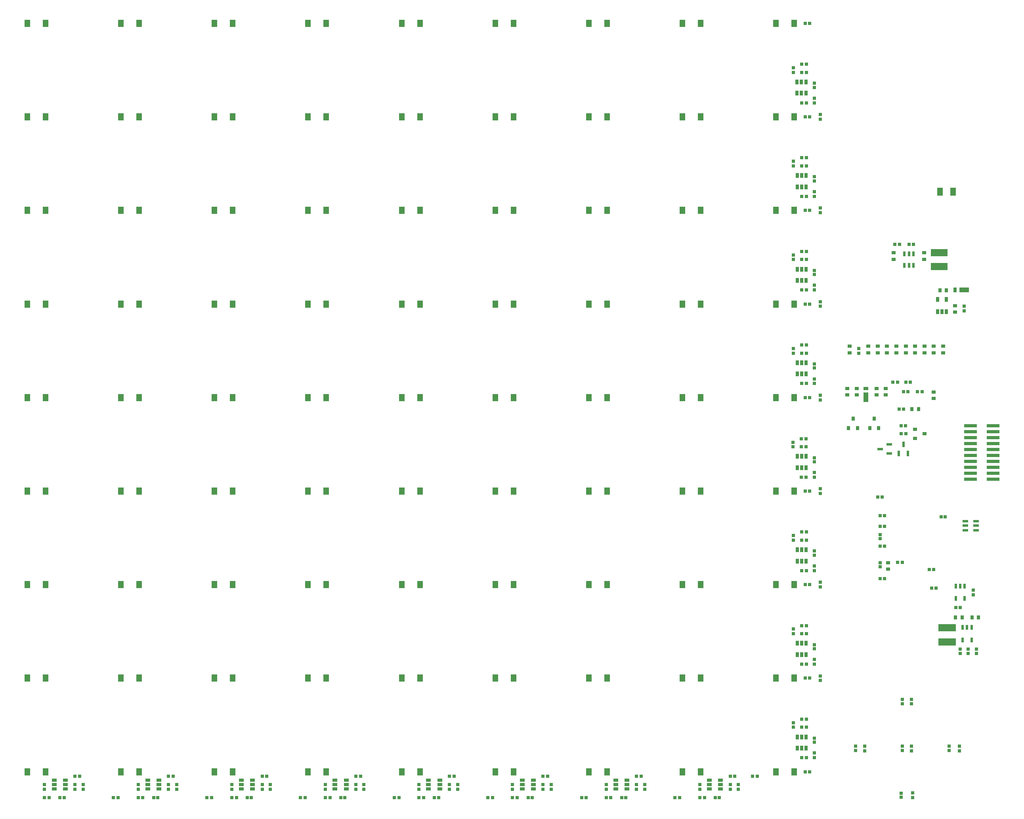
<source format=gbp>
G04 Layer_Color=16770453*
%FSLAX25Y25*%
%MOIN*%
G70*
G01*
G75*
%ADD34R,0.04331X0.02559*%
%ADD35R,0.04724X0.06299*%
%ADD36R,0.02677X0.02520*%
%ADD37R,0.02559X0.02559*%
G04:AMPARAMS|DCode=38|XSize=23.62mil|YSize=27.56mil|CornerRadius=1.77mil|HoleSize=0mil|Usage=FLASHONLY|Rotation=0.000|XOffset=0mil|YOffset=0mil|HoleType=Round|Shape=RoundedRectangle|*
%AMROUNDEDRECTD38*
21,1,0.02362,0.02402,0,0,0.0*
21,1,0.02008,0.02756,0,0,0.0*
1,1,0.00354,0.01004,-0.01201*
1,1,0.00354,-0.01004,-0.01201*
1,1,0.00354,-0.01004,0.01201*
1,1,0.00354,0.01004,0.01201*
%
%ADD38ROUNDEDRECTD38*%
%ADD39R,0.02520X0.02677*%
G04:AMPARAMS|DCode=40|XSize=23.62mil|YSize=27.56mil|CornerRadius=1.77mil|HoleSize=0mil|Usage=FLASHONLY|Rotation=90.000|XOffset=0mil|YOffset=0mil|HoleType=Round|Shape=RoundedRectangle|*
%AMROUNDEDRECTD40*
21,1,0.02362,0.02402,0,0,90.0*
21,1,0.02008,0.02756,0,0,90.0*
1,1,0.00354,0.01201,0.01004*
1,1,0.00354,0.01201,-0.01004*
1,1,0.00354,-0.01201,-0.01004*
1,1,0.00354,-0.01201,0.01004*
%
%ADD40ROUNDEDRECTD40*%
%ADD41R,0.02559X0.02559*%
%ADD42R,0.02559X0.04331*%
%ADD43R,0.11000X0.02900*%
%ADD44R,0.03150X0.03543*%
%ADD45R,0.02362X0.05118*%
%ADD46R,0.03543X0.03150*%
%ADD47R,0.05118X0.02362*%
%ADD48R,0.03740X0.03150*%
%ADD49R,0.03937X0.03150*%
%ADD50R,0.04331X0.07874*%
%ADD51R,0.03150X0.03740*%
%ADD52R,0.04724X0.02362*%
%ADD53R,0.02362X0.04331*%
%ADD54R,0.02362X0.03937*%
%ADD55R,0.14567X0.05906*%
%ADD56R,0.05118X0.07087*%
%ADD57R,0.14173X0.05906*%
%ADD58R,0.02598X0.03937*%
%ADD59R,0.07874X0.04331*%
%ADD60R,0.03150X0.03937*%
D34*
X557480Y124803D02*
D03*
Y128543D02*
D03*
Y132283D02*
D03*
X548032D02*
D03*
Y128543D02*
D03*
Y124803D02*
D03*
X469291Y124803D02*
D03*
Y128543D02*
D03*
Y132283D02*
D03*
X478740D02*
D03*
Y128543D02*
D03*
Y124803D02*
D03*
X390551D02*
D03*
Y128543D02*
D03*
Y132283D02*
D03*
X400000D02*
D03*
Y128543D02*
D03*
Y124803D02*
D03*
X154331D02*
D03*
Y128543D02*
D03*
Y132283D02*
D03*
X163779D02*
D03*
Y128543D02*
D03*
Y124803D02*
D03*
X233071Y124803D02*
D03*
Y128543D02*
D03*
Y132283D02*
D03*
X242520D02*
D03*
Y128543D02*
D03*
Y124803D02*
D03*
X311811Y124803D02*
D03*
Y128543D02*
D03*
Y132283D02*
D03*
X321260D02*
D03*
Y128543D02*
D03*
Y124803D02*
D03*
X626772Y124803D02*
D03*
Y128543D02*
D03*
Y132283D02*
D03*
X636221D02*
D03*
Y128543D02*
D03*
Y124803D02*
D03*
X705512Y124803D02*
D03*
Y128543D02*
D03*
Y132283D02*
D03*
X714961D02*
D03*
Y128543D02*
D03*
Y124803D02*
D03*
D35*
X289173Y611811D02*
D03*
X304528D02*
D03*
X210433D02*
D03*
X225787D02*
D03*
X131693D02*
D03*
X147047D02*
D03*
X289173Y690551D02*
D03*
X304528D02*
D03*
X210433D02*
D03*
X225787D02*
D03*
X131693D02*
D03*
X147047D02*
D03*
X682874Y218110D02*
D03*
X698228D02*
D03*
X604134D02*
D03*
X619488D02*
D03*
X525394D02*
D03*
X540748D02*
D03*
X446654D02*
D03*
X462008D02*
D03*
X367913D02*
D03*
X383268D02*
D03*
X289173D02*
D03*
X304528D02*
D03*
X210433D02*
D03*
X225787D02*
D03*
X131693D02*
D03*
X147047D02*
D03*
X682874Y296850D02*
D03*
X698228D02*
D03*
X604134D02*
D03*
X619488D02*
D03*
X525394D02*
D03*
X540748D02*
D03*
X446654D02*
D03*
X462008D02*
D03*
X367913D02*
D03*
X383268D02*
D03*
X289173D02*
D03*
X304528D02*
D03*
X210433D02*
D03*
X225787D02*
D03*
X131693D02*
D03*
X147047D02*
D03*
X682874Y375590D02*
D03*
X698228D02*
D03*
X604134D02*
D03*
X619488D02*
D03*
X525394D02*
D03*
X540748D02*
D03*
X446654D02*
D03*
X462008D02*
D03*
X367913D02*
D03*
X383268D02*
D03*
X289173D02*
D03*
X304528D02*
D03*
X210433D02*
D03*
X225787D02*
D03*
X131693D02*
D03*
X147047D02*
D03*
X682874Y454331D02*
D03*
X698228D02*
D03*
X604134D02*
D03*
X619488D02*
D03*
X525394D02*
D03*
X540748D02*
D03*
X446654D02*
D03*
X462008D02*
D03*
X367913D02*
D03*
X383268D02*
D03*
X289173D02*
D03*
X304528D02*
D03*
X210433D02*
D03*
X225787D02*
D03*
X131693D02*
D03*
X147047D02*
D03*
X682874Y533071D02*
D03*
X698228D02*
D03*
X604134D02*
D03*
X619488D02*
D03*
X525394D02*
D03*
X540748D02*
D03*
X446654D02*
D03*
X462008D02*
D03*
X367913D02*
D03*
X383268D02*
D03*
X289173D02*
D03*
X304528D02*
D03*
X210433D02*
D03*
X225787D02*
D03*
X131693D02*
D03*
X147047D02*
D03*
X682874Y611811D02*
D03*
X698228D02*
D03*
X604134D02*
D03*
X619488D02*
D03*
X525394D02*
D03*
X540748D02*
D03*
X446654D02*
D03*
X462008D02*
D03*
X367913D02*
D03*
X383268D02*
D03*
X682874Y690551D02*
D03*
X698228D02*
D03*
X604134D02*
D03*
X619488D02*
D03*
X525394D02*
D03*
X540748D02*
D03*
X446654D02*
D03*
X462008D02*
D03*
X367913D02*
D03*
X383268D02*
D03*
X682874Y139370D02*
D03*
X698228D02*
D03*
X604134D02*
D03*
X619488D02*
D03*
X525394D02*
D03*
X540748D02*
D03*
X446654D02*
D03*
X462008D02*
D03*
X367913D02*
D03*
X383268D02*
D03*
X289173D02*
D03*
X304528D02*
D03*
X210433D02*
D03*
X225787D02*
D03*
X131693D02*
D03*
X147047D02*
D03*
X761614D02*
D03*
X776968D02*
D03*
X761614Y690551D02*
D03*
X776968D02*
D03*
X761614Y611811D02*
D03*
X776968D02*
D03*
X761614Y533071D02*
D03*
X776968D02*
D03*
X761614Y454331D02*
D03*
X776968D02*
D03*
X761614Y375590D02*
D03*
X776968D02*
D03*
X761614Y296850D02*
D03*
X776968D02*
D03*
X761614Y218110D02*
D03*
X776968D02*
D03*
X761614Y769291D02*
D03*
X776968D02*
D03*
X682874D02*
D03*
X698228D02*
D03*
X604134D02*
D03*
X619488D02*
D03*
X525394D02*
D03*
X540748D02*
D03*
X446654D02*
D03*
X462008D02*
D03*
X367913D02*
D03*
X383268D02*
D03*
X289173D02*
D03*
X304528D02*
D03*
X210433D02*
D03*
X225787D02*
D03*
X131693D02*
D03*
X147047D02*
D03*
D36*
X241496Y117717D02*
D03*
X238032D02*
D03*
X320236Y117717D02*
D03*
X316772D02*
D03*
X398976D02*
D03*
X395512D02*
D03*
X635197D02*
D03*
X631732D02*
D03*
X713937D02*
D03*
X710472D02*
D03*
X552992Y117717D02*
D03*
X556457D02*
D03*
X162756Y117717D02*
D03*
X159291D02*
D03*
X477716D02*
D03*
X474252D02*
D03*
X868661Y444488D02*
D03*
X865197D02*
D03*
X847283Y370669D02*
D03*
X850748D02*
D03*
X900433Y353937D02*
D03*
X903898D02*
D03*
X896024Y293898D02*
D03*
X892559D02*
D03*
X852717Y301772D02*
D03*
X849252D02*
D03*
X849252Y346063D02*
D03*
X852717D02*
D03*
X912865Y277585D02*
D03*
X916330D02*
D03*
X890590Y309646D02*
D03*
X894055D02*
D03*
X866969Y430709D02*
D03*
X870433D02*
D03*
X849252Y329331D02*
D03*
X852717D02*
D03*
X852717Y354921D02*
D03*
X849252D02*
D03*
D37*
X250590Y128543D02*
D03*
Y124606D02*
D03*
X225000Y124606D02*
D03*
Y128543D02*
D03*
X493701D02*
D03*
Y124606D02*
D03*
X486811Y128543D02*
D03*
Y124606D02*
D03*
X146260Y124606D02*
D03*
Y128543D02*
D03*
X171850Y128543D02*
D03*
Y124606D02*
D03*
X178740Y128543D02*
D03*
Y124606D02*
D03*
X257480Y128543D02*
D03*
Y124606D02*
D03*
X303740Y124606D02*
D03*
Y128543D02*
D03*
X329331Y128543D02*
D03*
Y124606D02*
D03*
X336221Y128543D02*
D03*
Y124606D02*
D03*
X414961Y128543D02*
D03*
Y124606D02*
D03*
X408071Y128543D02*
D03*
Y124606D02*
D03*
X382480Y124606D02*
D03*
Y128543D02*
D03*
X461221Y124606D02*
D03*
Y128543D02*
D03*
X539961D02*
D03*
Y124606D02*
D03*
X572441Y124606D02*
D03*
Y128543D02*
D03*
X565551Y124606D02*
D03*
Y128543D02*
D03*
X618701Y124606D02*
D03*
Y128543D02*
D03*
X651181Y128543D02*
D03*
Y124606D02*
D03*
X644291Y128543D02*
D03*
Y124606D02*
D03*
X697441Y124606D02*
D03*
Y128543D02*
D03*
X729921Y128543D02*
D03*
Y124606D02*
D03*
X723032Y128543D02*
D03*
Y124606D02*
D03*
X923259Y238805D02*
D03*
Y242742D02*
D03*
X930149Y242742D02*
D03*
Y238805D02*
D03*
X915945Y157087D02*
D03*
Y161024D02*
D03*
X875591Y196457D02*
D03*
Y200394D02*
D03*
Y157087D02*
D03*
Y161024D02*
D03*
X836220Y157087D02*
D03*
Y161024D02*
D03*
X876575Y121653D02*
D03*
Y117717D02*
D03*
X927393Y292349D02*
D03*
Y288412D02*
D03*
X919882Y531102D02*
D03*
Y527165D02*
D03*
X831299Y495669D02*
D03*
Y491732D02*
D03*
D38*
X365551Y117717D02*
D03*
X361614D02*
D03*
X444488D02*
D03*
X440551D02*
D03*
X523032D02*
D03*
X519095D02*
D03*
X680512D02*
D03*
X676575D02*
D03*
X741732Y135433D02*
D03*
X745669D02*
D03*
X175787Y135433D02*
D03*
X171850D02*
D03*
X333268D02*
D03*
X329331D02*
D03*
X146260Y117717D02*
D03*
X150197D02*
D03*
X225000Y117717D02*
D03*
X228937D02*
D03*
X648228Y135433D02*
D03*
X644291D02*
D03*
X618701Y117717D02*
D03*
X622638D02*
D03*
X461221D02*
D03*
X465158D02*
D03*
X565551Y135433D02*
D03*
X569488D02*
D03*
X208071Y117717D02*
D03*
X204134D02*
D03*
X254528Y135433D02*
D03*
X250590D02*
D03*
X286811Y117717D02*
D03*
X282874D02*
D03*
X303740D02*
D03*
X307677D02*
D03*
X412008Y135433D02*
D03*
X408071D02*
D03*
X382480Y117717D02*
D03*
X386417D02*
D03*
X490748Y135433D02*
D03*
X486811D02*
D03*
X543898Y117717D02*
D03*
X539961D02*
D03*
X601968Y117717D02*
D03*
X598032D02*
D03*
X697441D02*
D03*
X701378D02*
D03*
X726968Y135433D02*
D03*
X723032D02*
D03*
X859842Y467126D02*
D03*
X863780D02*
D03*
X872638Y459252D02*
D03*
X868701D02*
D03*
X884449D02*
D03*
X880512D02*
D03*
X870669Y467126D02*
D03*
X874606D02*
D03*
D39*
X849016Y335472D02*
D03*
Y338937D02*
D03*
X916369Y242506D02*
D03*
Y239042D02*
D03*
X867717Y196693D02*
D03*
Y200157D02*
D03*
X828347Y157323D02*
D03*
Y160787D02*
D03*
X867717Y157323D02*
D03*
Y160787D02*
D03*
X907087Y157323D02*
D03*
Y160787D02*
D03*
X866732Y121417D02*
D03*
Y117953D02*
D03*
X849016Y315315D02*
D03*
Y311850D02*
D03*
X793701Y403701D02*
D03*
Y400236D02*
D03*
X793898Y325157D02*
D03*
Y321693D02*
D03*
X793898Y246417D02*
D03*
Y242953D02*
D03*
X793898Y167677D02*
D03*
Y164213D02*
D03*
X793898Y718858D02*
D03*
Y715394D02*
D03*
X793898Y640118D02*
D03*
Y636654D02*
D03*
Y561378D02*
D03*
Y557913D02*
D03*
Y482638D02*
D03*
Y479173D02*
D03*
D40*
X798819Y377559D02*
D03*
Y373622D02*
D03*
Y298819D02*
D03*
Y294882D02*
D03*
X793898Y151181D02*
D03*
Y155118D02*
D03*
X793898Y229921D02*
D03*
Y233858D02*
D03*
X793898Y308661D02*
D03*
Y312598D02*
D03*
X793701Y387205D02*
D03*
Y391142D02*
D03*
X775984Y416732D02*
D03*
Y412795D02*
D03*
X776181Y338189D02*
D03*
Y334252D02*
D03*
X776181Y259449D02*
D03*
Y255512D02*
D03*
X798819Y220079D02*
D03*
Y216142D02*
D03*
X776181Y180709D02*
D03*
Y176772D02*
D03*
X798819Y692520D02*
D03*
Y688583D02*
D03*
Y613779D02*
D03*
Y609842D02*
D03*
Y535039D02*
D03*
Y531102D02*
D03*
Y456299D02*
D03*
Y452362D02*
D03*
X776181Y653150D02*
D03*
Y649213D02*
D03*
X776181Y731890D02*
D03*
Y727953D02*
D03*
X793898Y623622D02*
D03*
Y627559D02*
D03*
X793898Y702362D02*
D03*
Y706299D02*
D03*
X793898Y544882D02*
D03*
Y548819D02*
D03*
X776181Y574409D02*
D03*
Y570472D02*
D03*
X793898Y466142D02*
D03*
Y470079D02*
D03*
X776181Y495669D02*
D03*
Y491732D02*
D03*
D41*
X786024Y375590D02*
D03*
X789961D02*
D03*
X786811Y387205D02*
D03*
X782874D02*
D03*
X782874Y412795D02*
D03*
X786811D02*
D03*
X782874Y419685D02*
D03*
X786811D02*
D03*
X786024Y296850D02*
D03*
X789961D02*
D03*
X787008Y308661D02*
D03*
X783071D02*
D03*
X783071Y334252D02*
D03*
X787008D02*
D03*
X783071Y341142D02*
D03*
X787008D02*
D03*
X783071Y255512D02*
D03*
X787008D02*
D03*
X783071Y262402D02*
D03*
X787008D02*
D03*
X787008Y229921D02*
D03*
X783071D02*
D03*
X786024Y218110D02*
D03*
X789961D02*
D03*
X786024Y139370D02*
D03*
X789961D02*
D03*
X787008Y151181D02*
D03*
X783071D02*
D03*
X783071Y176772D02*
D03*
X787008D02*
D03*
X783071Y183661D02*
D03*
X787008D02*
D03*
X870669Y423819D02*
D03*
X866732D02*
D03*
X863780Y315551D02*
D03*
X867717D02*
D03*
X786024Y769291D02*
D03*
X789961D02*
D03*
X783071Y734842D02*
D03*
X787008D02*
D03*
X783071Y727953D02*
D03*
X787008D02*
D03*
X787008Y702362D02*
D03*
X783071D02*
D03*
X786024Y690551D02*
D03*
X789961D02*
D03*
X787008Y623622D02*
D03*
X783071D02*
D03*
X786024Y611811D02*
D03*
X789961D02*
D03*
X783071Y649213D02*
D03*
X787008D02*
D03*
X783071Y656102D02*
D03*
X787008D02*
D03*
X786024Y533071D02*
D03*
X789961D02*
D03*
X787008Y544882D02*
D03*
X783071D02*
D03*
X783071Y570472D02*
D03*
X787008D02*
D03*
X783071Y577362D02*
D03*
X787008D02*
D03*
X786024Y454331D02*
D03*
X789961D02*
D03*
X787008Y466142D02*
D03*
X783071D02*
D03*
X783071Y491732D02*
D03*
X787008D02*
D03*
X783071Y498622D02*
D03*
X787008D02*
D03*
X877270Y583280D02*
D03*
X873333D02*
D03*
X865459D02*
D03*
X861522D02*
D03*
D42*
X786909Y395374D02*
D03*
X783169D02*
D03*
X779429D02*
D03*
Y404823D02*
D03*
X783169D02*
D03*
X786909D02*
D03*
X786811Y316732D02*
D03*
X783071D02*
D03*
X779331D02*
D03*
Y326181D02*
D03*
X783071D02*
D03*
X786811D02*
D03*
X786811Y237992D02*
D03*
X783071D02*
D03*
X779331D02*
D03*
Y247441D02*
D03*
X783071D02*
D03*
X786811D02*
D03*
X786811Y159252D02*
D03*
X783071D02*
D03*
X779331D02*
D03*
Y168701D02*
D03*
X783071D02*
D03*
X786811D02*
D03*
X786713Y710433D02*
D03*
X782972D02*
D03*
X779232D02*
D03*
Y719882D02*
D03*
X782972D02*
D03*
X786713D02*
D03*
X786811Y631693D02*
D03*
X783071D02*
D03*
X779331D02*
D03*
Y641142D02*
D03*
X783071D02*
D03*
X786811D02*
D03*
Y552953D02*
D03*
X783071D02*
D03*
X779331D02*
D03*
Y562402D02*
D03*
X783071D02*
D03*
X786811D02*
D03*
Y474213D02*
D03*
X783071D02*
D03*
X779331D02*
D03*
Y483661D02*
D03*
X783071D02*
D03*
X786811D02*
D03*
D43*
X944146Y430571D02*
D03*
Y425571D02*
D03*
Y420571D02*
D03*
Y410571D02*
D03*
Y405571D02*
D03*
Y400571D02*
D03*
Y395571D02*
D03*
Y390571D02*
D03*
Y385571D02*
D03*
X925146D02*
D03*
Y390571D02*
D03*
Y395571D02*
D03*
Y400571D02*
D03*
Y405571D02*
D03*
Y410571D02*
D03*
Y415571D02*
D03*
Y420571D02*
D03*
Y425571D02*
D03*
Y430571D02*
D03*
X944146Y415571D02*
D03*
D44*
X826378Y436614D02*
D03*
X822638Y428740D02*
D03*
X830118D02*
D03*
X844094Y436614D02*
D03*
X840354Y428740D02*
D03*
X847835D02*
D03*
D45*
X868701Y414803D02*
D03*
X864921Y407244D02*
D03*
X872480D02*
D03*
D46*
X886417Y423819D02*
D03*
X878543Y427559D02*
D03*
Y420079D02*
D03*
D47*
X849173Y411024D02*
D03*
X856732Y407244D02*
D03*
Y414803D02*
D03*
D48*
X821457Y462008D02*
D03*
Y456496D02*
D03*
X829331Y462008D02*
D03*
Y456496D02*
D03*
X853937Y462008D02*
D03*
Y456496D02*
D03*
X846063Y462008D02*
D03*
Y456496D02*
D03*
X894291Y459055D02*
D03*
Y453543D02*
D03*
X855906Y309842D02*
D03*
Y315354D02*
D03*
X886128Y570682D02*
D03*
Y576194D02*
D03*
X860538Y570682D02*
D03*
Y576194D02*
D03*
X912008Y531693D02*
D03*
Y526181D02*
D03*
X902165Y491929D02*
D03*
Y497441D02*
D03*
X894291Y491929D02*
D03*
Y497441D02*
D03*
X886417Y491929D02*
D03*
Y497441D02*
D03*
X878543Y491929D02*
D03*
Y497441D02*
D03*
X870669Y497441D02*
D03*
Y491929D02*
D03*
X862795Y497441D02*
D03*
Y491929D02*
D03*
X854921Y497441D02*
D03*
Y491929D02*
D03*
X847047Y497441D02*
D03*
Y491929D02*
D03*
X839173Y497441D02*
D03*
Y491929D02*
D03*
X823425Y497441D02*
D03*
Y491929D02*
D03*
D49*
X837205Y462008D02*
D03*
D50*
Y454528D02*
D03*
D51*
X881496Y444488D02*
D03*
X875984D02*
D03*
X926409Y269317D02*
D03*
X931921D02*
D03*
X918141Y269317D02*
D03*
X912629D02*
D03*
X899409Y544685D02*
D03*
X904921D02*
D03*
D52*
X929724Y342717D02*
D03*
Y346457D02*
D03*
Y350197D02*
D03*
X920669D02*
D03*
Y346457D02*
D03*
Y342717D02*
D03*
D53*
X912826Y295498D02*
D03*
X916566D02*
D03*
X920306D02*
D03*
Y285262D02*
D03*
X912826D02*
D03*
X877073Y565761D02*
D03*
X873333D02*
D03*
X869593D02*
D03*
Y575210D02*
D03*
X873333D02*
D03*
X877073D02*
D03*
D54*
X918535Y250124D02*
D03*
X926015D02*
D03*
Y260951D02*
D03*
X922275D02*
D03*
X918535D02*
D03*
D55*
X905543Y260459D02*
D03*
Y248648D02*
D03*
D56*
X899606Y627559D02*
D03*
X910630D02*
D03*
D57*
X898924Y564579D02*
D03*
Y576391D02*
D03*
D58*
X897369Y536836D02*
D03*
X904850Y526600D02*
D03*
X901109D02*
D03*
X897369D02*
D03*
X904850Y536836D02*
D03*
D59*
X919685Y544882D02*
D03*
D60*
X912205D02*
D03*
M02*

</source>
